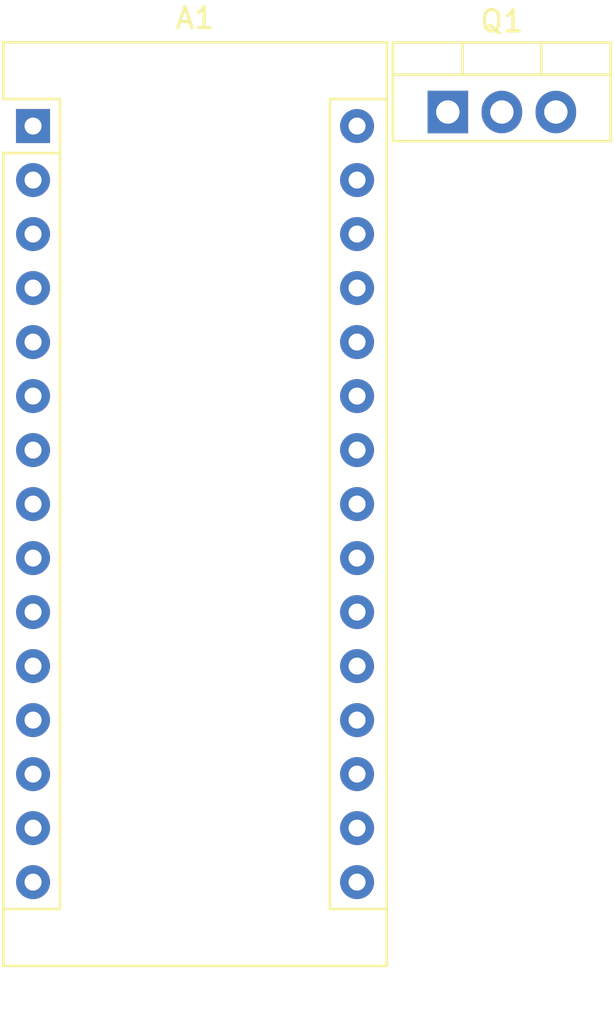
<source format=kicad_pcb>
(kicad_pcb (version 20171130) (host pcbnew 5.0.2-bee76a0~70~ubuntu18.04.1)

  (general
    (thickness 1.6)
    (drawings 0)
    (tracks 0)
    (zones 0)
    (modules 2)
    (nets 32)
  )

  (page A4)
  (layers
    (0 F.Cu signal)
    (31 B.Cu signal)
    (32 B.Adhes user)
    (33 F.Adhes user)
    (34 B.Paste user)
    (35 F.Paste user)
    (36 B.SilkS user)
    (37 F.SilkS user)
    (38 B.Mask user)
    (39 F.Mask user)
    (40 Dwgs.User user)
    (41 Cmts.User user)
    (42 Eco1.User user)
    (43 Eco2.User user)
    (44 Edge.Cuts user)
    (45 Margin user)
    (46 B.CrtYd user)
    (47 F.CrtYd user)
    (48 B.Fab user)
    (49 F.Fab user)
  )

  (setup
    (last_trace_width 0.25)
    (trace_clearance 0.2)
    (zone_clearance 0.508)
    (zone_45_only no)
    (trace_min 0.2)
    (segment_width 0.2)
    (edge_width 0.15)
    (via_size 0.8)
    (via_drill 0.4)
    (via_min_size 0.4)
    (via_min_drill 0.3)
    (uvia_size 0.3)
    (uvia_drill 0.1)
    (uvias_allowed no)
    (uvia_min_size 0.2)
    (uvia_min_drill 0.1)
    (pcb_text_width 0.3)
    (pcb_text_size 1.5 1.5)
    (mod_edge_width 0.15)
    (mod_text_size 1 1)
    (mod_text_width 0.15)
    (pad_size 1.524 1.524)
    (pad_drill 0.762)
    (pad_to_mask_clearance 0.051)
    (solder_mask_min_width 0.25)
    (aux_axis_origin 0 0)
    (visible_elements FFFFFF7F)
    (pcbplotparams
      (layerselection 0x010fc_ffffffff)
      (usegerberextensions false)
      (usegerberattributes false)
      (usegerberadvancedattributes false)
      (creategerberjobfile false)
      (excludeedgelayer true)
      (linewidth 0.100000)
      (plotframeref false)
      (viasonmask false)
      (mode 1)
      (useauxorigin false)
      (hpglpennumber 1)
      (hpglpenspeed 20)
      (hpglpendiameter 15.000000)
      (psnegative false)
      (psa4output false)
      (plotreference true)
      (plotvalue true)
      (plotinvisibletext false)
      (padsonsilk false)
      (subtractmaskfromsilk false)
      (outputformat 1)
      (mirror false)
      (drillshape 1)
      (scaleselection 1)
      (outputdirectory ""))
  )

  (net 0 "")
  (net 1 "Net-(Q1-Pad1)")
  (net 2 "Net-(J2-Pad2)")
  (net 3 GND)
  (net 4 TX_Serial)
  (net 5 "Net-(A1-Pad17)")
  (net 6 RX_Serial)
  (net 7 "Net-(A1-Pad18)")
  (net 8 "Net-(A1-Pad3)")
  (net 9 Teclado)
  (net 10 "Net-(A1-Pad20)")
  (net 11 Zona1)
  (net 12 Zona2)
  (net 13 DHT11)
  (net 14 D0_LCD)
  (net 15 Buzzer)
  (net 16 D1_LCD)
  (net 17 Sirene)
  (net 18 D2_LCD)
  (net 19 "Net-(A1-Pad25)")
  (net 20 D3_LCD)
  (net 21 "Net-(A1-Pad26)")
  (net 22 E_LCD)
  (net 23 +5V)
  (net 24 RS_LCD)
  (net 25 "Net-(A1-Pad28)")
  (net 26 "Net-(A1-Pad13)")
  (net 27 "Net-(A1-Pad14)")
  (net 28 +12V)
  (net 29 "Net-(A1-Pad15)")
  (net 30 "Net-(A1-Pad16)")
  (net 31 Radio)

  (net_class Default "This is the default net class."
    (clearance 0.2)
    (trace_width 0.25)
    (via_dia 0.8)
    (via_drill 0.4)
    (uvia_dia 0.3)
    (uvia_drill 0.1)
    (add_net +12V)
    (add_net +5V)
    (add_net Buzzer)
    (add_net D0_LCD)
    (add_net D1_LCD)
    (add_net D2_LCD)
    (add_net D3_LCD)
    (add_net DHT11)
    (add_net E_LCD)
    (add_net GND)
    (add_net "Net-(A1-Pad13)")
    (add_net "Net-(A1-Pad14)")
    (add_net "Net-(A1-Pad15)")
    (add_net "Net-(A1-Pad16)")
    (add_net "Net-(A1-Pad17)")
    (add_net "Net-(A1-Pad18)")
    (add_net "Net-(A1-Pad20)")
    (add_net "Net-(A1-Pad25)")
    (add_net "Net-(A1-Pad26)")
    (add_net "Net-(A1-Pad28)")
    (add_net "Net-(A1-Pad3)")
    (add_net "Net-(J2-Pad2)")
    (add_net "Net-(Q1-Pad1)")
    (add_net RS_LCD)
    (add_net RX_Serial)
    (add_net Radio)
    (add_net Sirene)
    (add_net TX_Serial)
    (add_net Teclado)
    (add_net Zona1)
    (add_net Zona2)
  )

  (module Module:Arduino_Nano (layer F.Cu) (tedit 58ACAF70) (tstamp 5CC4B3D2)
    (at 123.858541 51.006421)
    (descr "Arduino Nano, http://www.mouser.com/pdfdocs/Gravitech_Arduino_Nano3_0.pdf")
    (tags "Arduino Nano")
    (path /5CC49FC7)
    (fp_text reference A1 (at 7.62 -5.08) (layer F.SilkS)
      (effects (font (size 1 1) (thickness 0.15)))
    )
    (fp_text value Arduino_Nano_v3 (at 8.89 19.05 90) (layer F.Fab)
      (effects (font (size 1 1) (thickness 0.15)))
    )
    (fp_text user %R (at 6.35 19.05 90) (layer F.Fab)
      (effects (font (size 1 1) (thickness 0.15)))
    )
    (fp_line (start 1.27 1.27) (end 1.27 -1.27) (layer F.SilkS) (width 0.12))
    (fp_line (start 1.27 -1.27) (end -1.4 -1.27) (layer F.SilkS) (width 0.12))
    (fp_line (start -1.4 1.27) (end -1.4 39.5) (layer F.SilkS) (width 0.12))
    (fp_line (start -1.4 -3.94) (end -1.4 -1.27) (layer F.SilkS) (width 0.12))
    (fp_line (start 13.97 -1.27) (end 16.64 -1.27) (layer F.SilkS) (width 0.12))
    (fp_line (start 13.97 -1.27) (end 13.97 36.83) (layer F.SilkS) (width 0.12))
    (fp_line (start 13.97 36.83) (end 16.64 36.83) (layer F.SilkS) (width 0.12))
    (fp_line (start 1.27 1.27) (end -1.4 1.27) (layer F.SilkS) (width 0.12))
    (fp_line (start 1.27 1.27) (end 1.27 36.83) (layer F.SilkS) (width 0.12))
    (fp_line (start 1.27 36.83) (end -1.4 36.83) (layer F.SilkS) (width 0.12))
    (fp_line (start 3.81 31.75) (end 11.43 31.75) (layer F.Fab) (width 0.1))
    (fp_line (start 11.43 31.75) (end 11.43 41.91) (layer F.Fab) (width 0.1))
    (fp_line (start 11.43 41.91) (end 3.81 41.91) (layer F.Fab) (width 0.1))
    (fp_line (start 3.81 41.91) (end 3.81 31.75) (layer F.Fab) (width 0.1))
    (fp_line (start -1.4 39.5) (end 16.64 39.5) (layer F.SilkS) (width 0.12))
    (fp_line (start 16.64 39.5) (end 16.64 -3.94) (layer F.SilkS) (width 0.12))
    (fp_line (start 16.64 -3.94) (end -1.4 -3.94) (layer F.SilkS) (width 0.12))
    (fp_line (start 16.51 39.37) (end -1.27 39.37) (layer F.Fab) (width 0.1))
    (fp_line (start -1.27 39.37) (end -1.27 -2.54) (layer F.Fab) (width 0.1))
    (fp_line (start -1.27 -2.54) (end 0 -3.81) (layer F.Fab) (width 0.1))
    (fp_line (start 0 -3.81) (end 16.51 -3.81) (layer F.Fab) (width 0.1))
    (fp_line (start 16.51 -3.81) (end 16.51 39.37) (layer F.Fab) (width 0.1))
    (fp_line (start -1.53 -4.06) (end 16.75 -4.06) (layer F.CrtYd) (width 0.05))
    (fp_line (start -1.53 -4.06) (end -1.53 42.16) (layer F.CrtYd) (width 0.05))
    (fp_line (start 16.75 42.16) (end 16.75 -4.06) (layer F.CrtYd) (width 0.05))
    (fp_line (start 16.75 42.16) (end -1.53 42.16) (layer F.CrtYd) (width 0.05))
    (pad 1 thru_hole rect (at 0 0) (size 1.6 1.6) (drill 0.8) (layers *.Cu *.Mask)
      (net 4 TX_Serial))
    (pad 17 thru_hole oval (at 15.24 33.02) (size 1.6 1.6) (drill 0.8) (layers *.Cu *.Mask)
      (net 5 "Net-(A1-Pad17)"))
    (pad 2 thru_hole oval (at 0 2.54) (size 1.6 1.6) (drill 0.8) (layers *.Cu *.Mask)
      (net 6 RX_Serial))
    (pad 18 thru_hole oval (at 15.24 30.48) (size 1.6 1.6) (drill 0.8) (layers *.Cu *.Mask)
      (net 7 "Net-(A1-Pad18)"))
    (pad 3 thru_hole oval (at 0 5.08) (size 1.6 1.6) (drill 0.8) (layers *.Cu *.Mask)
      (net 8 "Net-(A1-Pad3)"))
    (pad 19 thru_hole oval (at 15.24 27.94) (size 1.6 1.6) (drill 0.8) (layers *.Cu *.Mask)
      (net 9 Teclado))
    (pad 4 thru_hole oval (at 0 7.62) (size 1.6 1.6) (drill 0.8) (layers *.Cu *.Mask)
      (net 3 GND))
    (pad 20 thru_hole oval (at 15.24 25.4) (size 1.6 1.6) (drill 0.8) (layers *.Cu *.Mask)
      (net 10 "Net-(A1-Pad20)"))
    (pad 5 thru_hole oval (at 0 10.16) (size 1.6 1.6) (drill 0.8) (layers *.Cu *.Mask)
      (net 11 Zona1))
    (pad 21 thru_hole oval (at 15.24 22.86) (size 1.6 1.6) (drill 0.8) (layers *.Cu *.Mask)
      (net 31 Radio))
    (pad 6 thru_hole oval (at 0 12.7) (size 1.6 1.6) (drill 0.8) (layers *.Cu *.Mask)
      (net 12 Zona2))
    (pad 22 thru_hole oval (at 15.24 20.32) (size 1.6 1.6) (drill 0.8) (layers *.Cu *.Mask)
      (net 13 DHT11))
    (pad 7 thru_hole oval (at 0 15.24) (size 1.6 1.6) (drill 0.8) (layers *.Cu *.Mask)
      (net 14 D0_LCD))
    (pad 23 thru_hole oval (at 15.24 17.78) (size 1.6 1.6) (drill 0.8) (layers *.Cu *.Mask)
      (net 15 Buzzer))
    (pad 8 thru_hole oval (at 0 17.78) (size 1.6 1.6) (drill 0.8) (layers *.Cu *.Mask)
      (net 16 D1_LCD))
    (pad 24 thru_hole oval (at 15.24 15.24) (size 1.6 1.6) (drill 0.8) (layers *.Cu *.Mask)
      (net 17 Sirene))
    (pad 9 thru_hole oval (at 0 20.32) (size 1.6 1.6) (drill 0.8) (layers *.Cu *.Mask)
      (net 18 D2_LCD))
    (pad 25 thru_hole oval (at 15.24 12.7) (size 1.6 1.6) (drill 0.8) (layers *.Cu *.Mask)
      (net 19 "Net-(A1-Pad25)"))
    (pad 10 thru_hole oval (at 0 22.86) (size 1.6 1.6) (drill 0.8) (layers *.Cu *.Mask)
      (net 20 D3_LCD))
    (pad 26 thru_hole oval (at 15.24 10.16) (size 1.6 1.6) (drill 0.8) (layers *.Cu *.Mask)
      (net 21 "Net-(A1-Pad26)"))
    (pad 11 thru_hole oval (at 0 25.4) (size 1.6 1.6) (drill 0.8) (layers *.Cu *.Mask)
      (net 22 E_LCD))
    (pad 27 thru_hole oval (at 15.24 7.62) (size 1.6 1.6) (drill 0.8) (layers *.Cu *.Mask)
      (net 23 +5V))
    (pad 12 thru_hole oval (at 0 27.94) (size 1.6 1.6) (drill 0.8) (layers *.Cu *.Mask)
      (net 24 RS_LCD))
    (pad 28 thru_hole oval (at 15.24 5.08) (size 1.6 1.6) (drill 0.8) (layers *.Cu *.Mask)
      (net 25 "Net-(A1-Pad28)"))
    (pad 13 thru_hole oval (at 0 30.48) (size 1.6 1.6) (drill 0.8) (layers *.Cu *.Mask)
      (net 26 "Net-(A1-Pad13)"))
    (pad 29 thru_hole oval (at 15.24 2.54) (size 1.6 1.6) (drill 0.8) (layers *.Cu *.Mask)
      (net 3 GND))
    (pad 14 thru_hole oval (at 0 33.02) (size 1.6 1.6) (drill 0.8) (layers *.Cu *.Mask)
      (net 27 "Net-(A1-Pad14)"))
    (pad 30 thru_hole oval (at 15.24 0) (size 1.6 1.6) (drill 0.8) (layers *.Cu *.Mask)
      (net 28 +12V))
    (pad 15 thru_hole oval (at 0 35.56) (size 1.6 1.6) (drill 0.8) (layers *.Cu *.Mask)
      (net 29 "Net-(A1-Pad15)"))
    (pad 16 thru_hole oval (at 15.24 35.56) (size 1.6 1.6) (drill 0.8) (layers *.Cu *.Mask)
      (net 30 "Net-(A1-Pad16)"))
    (model ${KISYS3DMOD}/Module.3dshapes/Arduino_Nano_WithMountingHoles.wrl
      (at (xyz 0 0 0))
      (scale (xyz 1 1 1))
      (rotate (xyz 0 0 0))
    )
  )

  (module Package_TO_SOT_THT:TO-220-3_Vertical (layer F.Cu) (tedit 5AC8BA0D) (tstamp 5CC4B395)
    (at 143.368541 50.346421)
    (descr "TO-220-3, Vertical, RM 2.54mm, see https://www.vishay.com/docs/66542/to-220-1.pdf")
    (tags "TO-220-3 Vertical RM 2.54mm")
    (path /5CC4ABF9)
    (fp_text reference Q1 (at 2.54 -4.27) (layer F.SilkS)
      (effects (font (size 1 1) (thickness 0.15)))
    )
    (fp_text value TIP120 (at 2.54 2.5) (layer F.Fab)
      (effects (font (size 1 1) (thickness 0.15)))
    )
    (fp_line (start -2.46 -3.15) (end -2.46 1.25) (layer F.Fab) (width 0.1))
    (fp_line (start -2.46 1.25) (end 7.54 1.25) (layer F.Fab) (width 0.1))
    (fp_line (start 7.54 1.25) (end 7.54 -3.15) (layer F.Fab) (width 0.1))
    (fp_line (start 7.54 -3.15) (end -2.46 -3.15) (layer F.Fab) (width 0.1))
    (fp_line (start -2.46 -1.88) (end 7.54 -1.88) (layer F.Fab) (width 0.1))
    (fp_line (start 0.69 -3.15) (end 0.69 -1.88) (layer F.Fab) (width 0.1))
    (fp_line (start 4.39 -3.15) (end 4.39 -1.88) (layer F.Fab) (width 0.1))
    (fp_line (start -2.58 -3.27) (end 7.66 -3.27) (layer F.SilkS) (width 0.12))
    (fp_line (start -2.58 1.371) (end 7.66 1.371) (layer F.SilkS) (width 0.12))
    (fp_line (start -2.58 -3.27) (end -2.58 1.371) (layer F.SilkS) (width 0.12))
    (fp_line (start 7.66 -3.27) (end 7.66 1.371) (layer F.SilkS) (width 0.12))
    (fp_line (start -2.58 -1.76) (end 7.66 -1.76) (layer F.SilkS) (width 0.12))
    (fp_line (start 0.69 -3.27) (end 0.69 -1.76) (layer F.SilkS) (width 0.12))
    (fp_line (start 4.391 -3.27) (end 4.391 -1.76) (layer F.SilkS) (width 0.12))
    (fp_line (start -2.71 -3.4) (end -2.71 1.51) (layer F.CrtYd) (width 0.05))
    (fp_line (start -2.71 1.51) (end 7.79 1.51) (layer F.CrtYd) (width 0.05))
    (fp_line (start 7.79 1.51) (end 7.79 -3.4) (layer F.CrtYd) (width 0.05))
    (fp_line (start 7.79 -3.4) (end -2.71 -3.4) (layer F.CrtYd) (width 0.05))
    (fp_text user %R (at 2.54 -4.27) (layer F.Fab)
      (effects (font (size 1 1) (thickness 0.15)))
    )
    (pad 1 thru_hole rect (at 0 0) (size 1.905 2) (drill 1.1) (layers *.Cu *.Mask)
      (net 1 "Net-(Q1-Pad1)"))
    (pad 2 thru_hole oval (at 2.54 0) (size 1.905 2) (drill 1.1) (layers *.Cu *.Mask)
      (net 2 "Net-(J2-Pad2)"))
    (pad 3 thru_hole oval (at 5.08 0) (size 1.905 2) (drill 1.1) (layers *.Cu *.Mask)
      (net 3 GND))
    (model ${KISYS3DMOD}/Package_TO_SOT_THT.3dshapes/TO-220-3_Vertical.wrl
      (at (xyz 0 0 0))
      (scale (xyz 1 1 1))
      (rotate (xyz 0 0 0))
    )
  )

)

</source>
